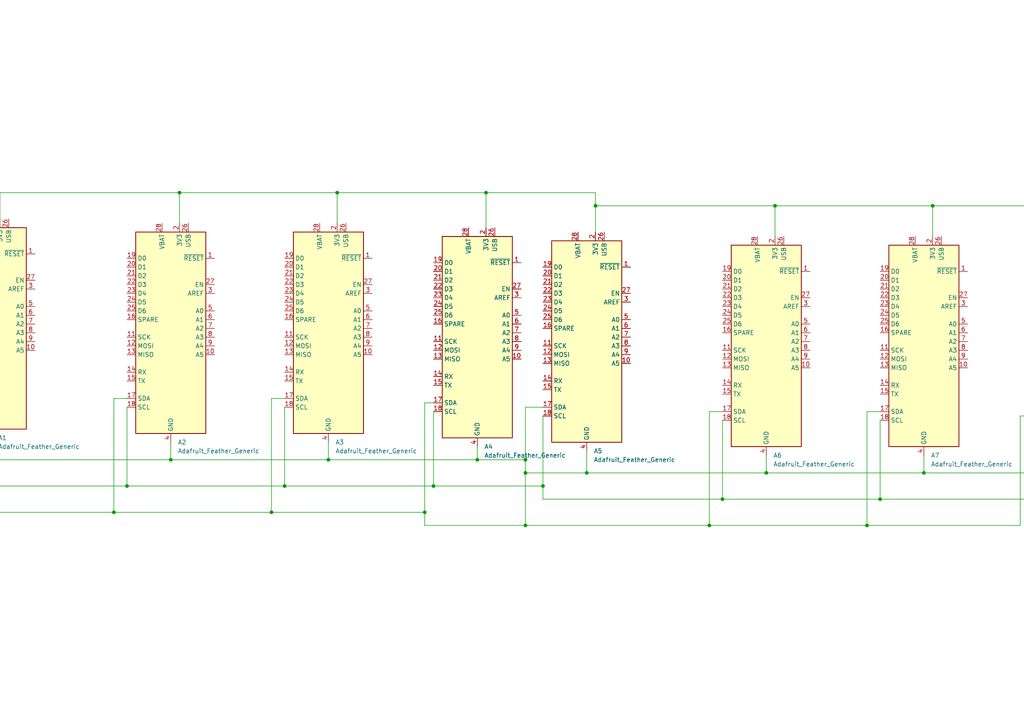
<source format=kicad_sch>
(kicad_sch (version 20211123) (generator eeschema)
  (paper "A4")
  (lib_symbols
    (symbol "MCU_Module:Adafruit_Feather_Generic"
      (property "Reference" "A" (at -10.16 29.21 0))
      (property "Value" "Adafruit_Feather_Generic" (at 2.54 -31.75 0))
      (symbol "Adafruit_Feather_Generic_0_1"
        (rectangle (start -10.16 27.94) (end 10.16 -30.48) (stroke (width 0.254)) (fill (type background)))
      )
      (symbol "Adafruit_Feather_Generic_1_1"
        (pin input line (at 12.7 20.32 180) (length 2.54) (name "~{RESET}") (number "1"))
        (pin bidirectional line (at 12.7 -7.62 180) (length 2.54) (name "A5") (number "10"))
        (pin bidirectional line (at -12.7 -2.54 0) (length 2.54) (name "SCK") (number "11"))
        (pin bidirectional line (at -12.7 -5.08 0) (length 2.54) (name "MOSI") (number "12"))
        (pin bidirectional line (at -12.7 -7.62 0) (length 2.54) (name "MISO") (number "13"))
        (pin bidirectional line (at -12.7 -12.7 0) (length 2.54) (name "RX") (number "14"))
        (pin bidirectional line (at -12.7 -15.24 0) (length 2.54) (name "TX") (number "15"))
        (pin bidirectional line (at -12.7 2.54 0) (length 2.54) (name "SPARE") (number "16"))
        (pin bidirectional line (at -12.7 -20.32 0) (length 2.54) (name "SDA") (number "17"))
        (pin bidirectional line (at -12.7 -22.86 0) (length 2.54) (name "SCL") (number "18"))
        (pin bidirectional line (at -12.7 20.32 0) (length 2.54) (name "D0") (number "19"))
        (pin power_in line (at 2.54 30.48 270) (length 2.54) (name "3V3") (number "2"))
        (pin bidirectional line (at -12.7 17.78 0) (length 2.54) (name "D1") (number "20"))
        (pin bidirectional line (at -12.7 15.24 0) (length 2.54) (name "D2") (number "21"))
        (pin bidirectional line (at -12.7 12.7 0) (length 2.54) (name "D3") (number "22"))
        (pin bidirectional line (at -12.7 10.16 0) (length 2.54) (name "D4") (number "23"))
        (pin bidirectional line (at -12.7 7.62 0) (length 2.54) (name "D5") (number "24"))
        (pin bidirectional line (at -12.7 5.08 0) (length 2.54) (name "D6") (number "25"))
        (pin power_in line (at 5.08 30.48 270) (length 2.54) (name "USB") (number "26"))
        (pin input line (at 12.7 12.7 180) (length 2.54) (name "EN") (number "27"))
        (pin power_in line (at -2.54 30.48 270) (length 2.54) (name "VBAT") (number "28"))
        (pin input line (at 12.7 10.16 180) (length 2.54) (name "AREF") (number "3"))
        (pin power_in line (at 0 -33.02 90) (length 2.54) (name "GND") (number "4"))
        (pin bidirectional line (at 12.7 5.08 180) (length 2.54) (name "A0") (number "5"))
        (pin bidirectional line (at 12.7 2.54 180) (length 2.54) (name "A1") (number "6"))
        (pin bidirectional line (at 12.7 0 180) (length 2.54) (name "A2") (number "7"))
        (pin bidirectional line (at 12.7 -2.54 180) (length 2.54) (name "A3") (number "8"))
        (pin bidirectional line (at 12.7 -5.08 180) (length 2.54) (name "A4") (number "9"))
      )
    )
  )
  (junction (at 138.43 133.35))
  (junction (at 170.18 137.16))
  (junction (at 157.48 140.97))
  (junction (at 172.72 59.69))
  (junction (at 49.53 133.35))
  (junction (at 82.55 140.97))
  (junction (at 52.07 55.88))
  (junction (at 152.4 152.4))
  (junction (at 36.83 140.97))
  (junction (at 224.79 59.69))
  (junction (at 270.51 59.69))
  (junction (at 97.79 55.88))
  (junction (at 251.46 152.4))
  (junction (at 33.02 148.59))
  (junction (at 209.55 144.78))
  (junction (at 125.73 140.97))
  (junction (at 123.19 148.59))
  (junction (at 205.74 152.4))
  (junction (at 222.25 137.16))
  (junction (at 78.74 148.59))
  (junction (at 140.97 55.88))
  (junction (at 267.97 137.16))
  (junction (at 255.27 144.78))
  (junction (at 152.4 133.35))
  (junction (at 95.25 133.35))
  (junction (at 152.4 137.16))
  (wire (pts (xy 0 55.88) (xy 52.07 55.88)))
  (wire (pts (xy 311.15 137.16) (xy 311.15 133.35)))
  (wire (pts (xy 251.46 152.4) (xy 251.46 119.38)))
  (wire (pts (xy 123.19 152.4) (xy 152.4 152.4)))
  (wire (pts (xy 49.53 128.27) (xy 49.53 133.35)))
  (wire (pts (xy 157.48 120.65) (xy 157.48 140.97)))
  (wire (pts (xy 78.74 148.59) (xy 123.19 148.59)))
  (wire (pts (xy 82.55 140.97) (xy 125.73 140.97)))
  (wire (pts (xy 152.4 152.4) (xy 205.74 152.4)))
  (wire (pts (xy 267.97 137.16) (xy 267.97 132.08)))
  (wire (pts (xy 97.79 55.88) (xy 140.97 55.88)))
  (wire (pts (xy 36.83 115.57) (xy 33.02 115.57)))
  (wire (pts (xy 270.51 59.69) (xy 270.51 68.58)))
  (wire (pts (xy 152.4 133.35) (xy 152.4 137.16)))
  (wire (pts (xy 97.79 55.88) (xy 97.79 64.77)))
  (wire (pts (xy 152.4 137.16) (xy 170.18 137.16)))
  (wire (pts (xy -21.59 114.3) (xy -21.59 148.59)))
  (wire (pts (xy 209.55 121.92) (xy 209.55 144.78)))
  (wire (pts (xy 172.72 59.69) (xy 224.79 59.69)))
  (wire (pts (xy 251.46 152.4) (xy 295.91 152.4)))
  (wire (pts (xy 270.51 59.69) (xy 313.69 59.69)))
  (wire (pts (xy 157.48 118.11) (xy 152.4 118.11)))
  (wire (pts (xy 123.19 116.84) (xy 125.73 116.84)))
  (wire (pts (xy 36.83 118.11) (xy 36.83 140.97)))
  (wire (pts (xy 82.55 118.11) (xy 82.55 140.97)))
  (wire (pts (xy 152.4 118.11) (xy 152.4 133.35)))
  (wire (pts (xy -2.54 127) (xy -2.54 133.35)))
  (wire (pts (xy 295.91 152.4) (xy 295.91 120.65)))
  (wire (pts (xy 222.25 137.16) (xy 267.97 137.16)))
  (wire (pts (xy 205.74 152.4) (xy 251.46 152.4)))
  (wire (pts (xy 222.25 132.08) (xy 222.25 137.16)))
  (wire (pts (xy 205.74 119.38) (xy 205.74 152.4)))
  (wire (pts (xy 52.07 55.88) (xy 52.07 64.77)))
  (wire (pts (xy 95.25 133.35) (xy 138.43 133.35)))
  (wire (pts (xy 33.02 148.59) (xy 78.74 148.59)))
  (wire (pts (xy 140.97 55.88) (xy 140.97 66.04)))
  (wire (pts (xy 33.02 115.57) (xy 33.02 148.59)))
  (wire (pts (xy 138.43 133.35) (xy 152.4 133.35)))
  (wire (pts (xy 170.18 137.16) (xy 222.25 137.16)))
  (wire (pts (xy 78.74 148.59) (xy 78.74 115.57)))
  (wire (pts (xy 172.72 67.31) (xy 172.72 59.69)))
  (wire (pts (xy 123.19 148.59) (xy 123.19 116.84)))
  (wire (pts (xy 152.4 137.16) (xy 152.4 152.4)))
  (wire (pts (xy 49.53 133.35) (xy 95.25 133.35)))
  (wire (pts (xy 255.27 121.92) (xy 255.27 144.78)))
  (wire (pts (xy 95.25 133.35) (xy 95.25 128.27)))
  (wire (pts (xy 209.55 144.78) (xy 255.27 144.78)))
  (wire (pts (xy 0 63.5) (xy 0 55.88)))
  (wire (pts (xy 295.91 120.65) (xy 298.45 120.65)))
  (wire (pts (xy 157.48 144.78) (xy 209.55 144.78)))
  (wire (pts (xy 267.97 137.16) (xy 311.15 137.16)))
  (wire (pts (xy 298.45 144.78) (xy 298.45 123.19)))
  (wire (pts (xy 224.79 59.69) (xy 270.51 59.69)))
  (wire (pts (xy 78.74 115.57) (xy 82.55 115.57)))
  (wire (pts (xy 138.43 133.35) (xy 138.43 129.54)))
  (wire (pts (xy 125.73 140.97) (xy 125.73 119.38)))
  (wire (pts (xy 313.69 59.69) (xy 313.69 69.85)))
  (wire (pts (xy -15.24 116.84) (xy -15.24 140.97)))
  (wire (pts (xy -2.54 133.35) (xy 49.53 133.35)))
  (wire (pts (xy 52.07 55.88) (xy 97.79 55.88)))
  (wire (pts (xy -15.24 140.97) (xy 36.83 140.97)))
  (wire (pts (xy -15.24 114.3) (xy -21.59 114.3)))
  (wire (pts (xy 140.97 55.88) (xy 172.72 55.88)))
  (wire (pts (xy 251.46 119.38) (xy 255.27 119.38)))
  (wire (pts (xy 157.48 140.97) (xy 157.48 144.78)))
  (wire (pts (xy 255.27 144.78) (xy 298.45 144.78)))
  (wire (pts (xy 172.72 55.88) (xy 172.72 59.69)))
  (wire (pts (xy -21.59 148.59) (xy 33.02 148.59)))
  (wire (pts (xy 224.79 59.69) (xy 224.79 68.58)))
  (wire (pts (xy 36.83 140.97) (xy 82.55 140.97)))
  (wire (pts (xy 123.19 148.59) (xy 123.19 152.4)))
  (wire (pts (xy 209.55 119.38) (xy 205.74 119.38)))
  (wire (pts (xy 170.18 130.81) (xy 170.18 137.16)))
  (wire (pts (xy 125.73 140.97) (xy 157.48 140.97)))
  (symbol (lib_id "MCU_Module:Adafruit_Feather_Generic") (at 170.18 97.79 0) (unit 1)
    (property "Reference" "A5" (at 172.1994 130.81 0) (effects (justify left)))
    (property "Value" "Adafruit_Feather_Generic" (at 172.1994 133.35 0) (effects (justify left)))
    (property "Footprint" "Module:Adafruit_Feather" (effects hide))
    (property "Datasheet" "https://cdn-learn.adafruit.com/downloads/pdf/adafruit-feather.pdf" (effects hide))
  )
  (symbol (lib_id "MCU_Module:Adafruit_Feather_Generic") (at 311.15 100.33 0) (unit 1)
    (property "Reference" "A8" (at 313.1694 133.35 0) (effects (justify left)))
    (property "Value" "Adafruit_Feather_Generic" (at 313.1694 135.89 0) (effects (justify left)))
    (property "Footprint" "Module:Adafruit_Feather" (effects hide))
    (property "Datasheet" "https://cdn-learn.adafruit.com/downloads/pdf/adafruit-feather.pdf" (effects hide))
  )
  (symbol (lib_id "MCU_Module:Adafruit_Feather_Generic") (at -2.54 93.98 0) (unit 1)
    (property "Reference" "A1" (at -0.5206 127 0) (effects (justify left)))
    (property "Value" "Adafruit_Feather_Generic" (at -0.5206 129.54 0) (effects (justify left)))
    (property "Footprint" "Module:Adafruit_Feather" (effects hide))
    (property "Datasheet" "https://cdn-learn.adafruit.com/downloads/pdf/adafruit-feather.pdf" (effects hide))
  )
  (symbol (lib_id "MCU_Module:Adafruit_Feather_Generic") (at 49.53 95.25 0) (unit 1)
    (property "Reference" "A2" (at 51.5494 128.27 0) (effects (justify left)))
    (property "Value" "Adafruit_Feather_Generic" (at 51.5494 130.81 0) (effects (justify left)))
    (property "Footprint" "Module:Adafruit_Feather" (effects hide))
    (property "Datasheet" "https://cdn-learn.adafruit.com/downloads/pdf/adafruit-feather.pdf" (effects hide))
  )
  (symbol (lib_id "MCU_Module:Adafruit_Feather_Generic") (at 222.25 99.06 0) (unit 1)
    (property "Reference" "A6" (at 224.2694 132.08 0) (effects (justify left)))
    (property "Value" "Adafruit_Feather_Generic" (at 224.2694 134.62 0) (effects (justify left)))
    (property "Footprint" "Module:Adafruit_Feather" (effects hide))
    (property "Datasheet" "https://cdn-learn.adafruit.com/downloads/pdf/adafruit-feather.pdf" (effects hide))
  )
  (symbol (lib_id "MCU_Module:Adafruit_Feather_Generic") (at 267.97 99.06 0) (unit 1)
    (property "Reference" "A7" (at 269.9894 132.08 0) (effects (justify left)))
    (property "Value" "Adafruit_Feather_Generic" (at 269.9894 134.62 0) (effects (justify left)))
    (property "Footprint" "Module:Adafruit_Feather" (effects hide))
    (property "Datasheet" "https://cdn-learn.adafruit.com/downloads/pdf/adafruit-feather.pdf" (effects hide))
  )
  (symbol (lib_id "MCU_Module:Adafruit_Feather_Generic") (at 95.25 95.25 0) (unit 1)
    (property "Reference" "A3" (at 97.2694 128.27 0) (effects (justify left)))
    (property "Value" "Adafruit_Feather_Generic" (at 97.2694 130.81 0) (effects (justify left)))
    (property "Footprint" "Module:Adafruit_Feather" (effects hide))
    (property "Datasheet" "https://cdn-learn.adafruit.com/downloads/pdf/adafruit-feather.pdf" (effects hide))
  )
  (symbol (lib_id "MCU_Module:Adafruit_Feather_Generic") (at 138.43 96.52 0) (unit 1)
    (property "Reference" "A4" (at 140.4494 129.54 0) (effects (justify left)))
    (property "Value" "Adafruit_Feather_Generic" (at 140.4494 132.08 0) (effects (justify left)))
    (property "Footprint" "Module:Adafruit_Feather" (effects hide))
    (property "Datasheet" "https://cdn-learn.adafruit.com/downloads/pdf/adafruit-feather.pdf" (effects hide))
  )
)
</source>
